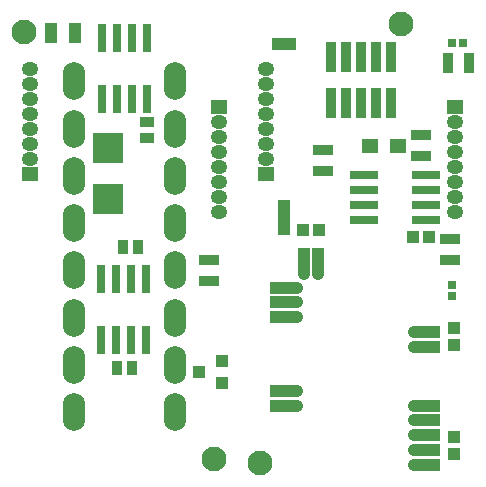
<source format=gts>
%FSLAX24Y24*%
%MOIN*%
G70*
G01*
G75*
G04 Layer_Color=8388736*
%ADD10C,0.0098*%
%ADD11R,0.0299X0.0945*%
%ADD12R,0.0315X0.0354*%
%ADD13R,0.0354X0.0315*%
%ADD14R,0.0276X0.0394*%
%ADD15R,0.0236X0.0886*%
%ADD16R,0.0591X0.0295*%
%ADD17R,0.0295X0.0591*%
%ADD18R,0.0354X0.0315*%
%ADD19R,0.0492X0.0433*%
%ADD20R,0.0906X0.0906*%
%ADD21R,0.0197X0.0236*%
%ADD22R,0.0236X0.0197*%
%ADD23R,0.0394X0.0276*%
%ADD24R,0.0315X0.0630*%
%ADD25R,0.0846X0.0335*%
%ADD26C,0.0335*%
%ADD27R,0.0335X0.0846*%
%ADD28R,0.0886X0.0236*%
%ADD29C,0.0276*%
%ADD30C,0.0118*%
%ADD31C,0.0138*%
%ADD32C,0.0079*%
%ADD33C,0.0197*%
%ADD34O,0.0472X0.0394*%
%ADD35R,0.0472X0.0394*%
%ADD36O,0.0669X0.1181*%
%ADD37C,0.0380*%
%ADD38R,0.0630X0.0315*%
%ADD39R,0.0906X0.0236*%
%ADD40R,0.0630X0.1063*%
%ADD41R,0.0358X0.0480*%
%ADD42R,0.0480X0.0358*%
%ADD43R,0.0118X0.0295*%
%ADD44R,0.2165X0.0827*%
%ADD45C,0.0100*%
%ADD46C,0.0236*%
%ADD47C,0.0394*%
%ADD48C,0.0039*%
%ADD49C,0.0061*%
%ADD50R,0.0246X0.0433*%
%ADD51R,0.0433X0.0246*%
%ADD52R,0.0379X0.1025*%
%ADD53R,0.0395X0.0434*%
%ADD54R,0.0434X0.0395*%
%ADD55R,0.0356X0.0474*%
%ADD56R,0.0316X0.0966*%
%ADD57R,0.0671X0.0375*%
%ADD58R,0.0375X0.0671*%
%ADD59R,0.0434X0.0395*%
%ADD60R,0.0572X0.0513*%
%ADD61R,0.0986X0.0986*%
%ADD62R,0.0277X0.0316*%
%ADD63R,0.0316X0.0277*%
%ADD64R,0.0474X0.0356*%
%ADD65R,0.0395X0.0710*%
%ADD66R,0.0926X0.0415*%
%ADD67C,0.0415*%
%ADD68R,0.0415X0.0926*%
%ADD69R,0.0966X0.0316*%
%ADD70C,0.0827*%
%ADD71O,0.0552X0.0474*%
%ADD72R,0.0552X0.0474*%
%ADD73O,0.0749X0.1261*%
D50*
X9247Y14646D02*
D03*
D51*
X9242Y8853D02*
D03*
D52*
X12311Y14193D02*
D03*
Y12657D02*
D03*
X12811Y14193D02*
D03*
Y12657D02*
D03*
X11811Y14193D02*
D03*
Y12657D02*
D03*
X11311Y14193D02*
D03*
Y12657D02*
D03*
X10811Y14193D02*
D03*
Y12657D02*
D03*
D53*
X9055Y14646D02*
D03*
X9449D02*
D03*
X9882Y8425D02*
D03*
X10433D02*
D03*
X13543Y8189D02*
D03*
X14094D02*
D03*
D54*
X9242Y8455D02*
D03*
Y8848D02*
D03*
X9242Y9242D02*
D03*
X14921Y984D02*
D03*
Y1535D02*
D03*
X14921Y4606D02*
D03*
Y5157D02*
D03*
D55*
X3878Y7874D02*
D03*
X4390D02*
D03*
X3689Y3819D02*
D03*
X4201D02*
D03*
D56*
X3187Y14843D02*
D03*
Y12795D02*
D03*
X3687D02*
D03*
X4187D02*
D03*
X4687D02*
D03*
X3687Y14843D02*
D03*
X4187D02*
D03*
X4687D02*
D03*
X3148Y6811D02*
D03*
Y4764D02*
D03*
X3648D02*
D03*
X4148D02*
D03*
X4648D02*
D03*
X3648Y6811D02*
D03*
X4148D02*
D03*
X4648D02*
D03*
D57*
X10551Y10404D02*
D03*
Y11093D02*
D03*
X13819Y10915D02*
D03*
Y11604D02*
D03*
X14803Y7451D02*
D03*
Y8140D02*
D03*
X6772Y6742D02*
D03*
Y7431D02*
D03*
D58*
X14734Y14016D02*
D03*
X15423D02*
D03*
D59*
X6417Y3701D02*
D03*
X7205Y3327D02*
D03*
Y4075D02*
D03*
D60*
X12136Y11250D02*
D03*
X13061D02*
D03*
D61*
X3386Y9469D02*
D03*
Y11171D02*
D03*
D62*
X14843Y6614D02*
D03*
Y6220D02*
D03*
D63*
Y14685D02*
D03*
X15236D02*
D03*
D64*
X4685Y11516D02*
D03*
Y12028D02*
D03*
D65*
X1496Y15001D02*
D03*
X2283D02*
D03*
D66*
X9262Y2579D02*
D03*
Y3071D02*
D03*
Y5531D02*
D03*
Y6024D02*
D03*
Y6516D02*
D03*
X14006Y1102D02*
D03*
Y610D02*
D03*
Y1594D02*
D03*
Y4547D02*
D03*
Y2087D02*
D03*
Y2579D02*
D03*
Y5039D02*
D03*
D67*
X9685Y3071D02*
D03*
Y2579D02*
D03*
Y5531D02*
D03*
Y6024D02*
D03*
Y6516D02*
D03*
X9911Y6959D02*
D03*
X13583Y610D02*
D03*
Y1102D02*
D03*
Y1594D02*
D03*
Y2087D02*
D03*
Y2579D02*
D03*
Y4547D02*
D03*
X10404Y6959D02*
D03*
X13583Y5039D02*
D03*
D68*
X9911Y7382D02*
D03*
X10404D02*
D03*
D69*
X11929Y8778D02*
D03*
Y9278D02*
D03*
Y9778D02*
D03*
Y10278D02*
D03*
X13976Y8778D02*
D03*
Y9778D02*
D03*
Y9278D02*
D03*
Y10278D02*
D03*
D70*
X8465Y669D02*
D03*
X13150Y15315D02*
D03*
X6929Y787D02*
D03*
X591Y15039D02*
D03*
D71*
X7087Y9024D02*
D03*
X7087Y12024D02*
D03*
Y11524D02*
D03*
Y11024D02*
D03*
Y10524D02*
D03*
Y10024D02*
D03*
Y9524D02*
D03*
X787Y13810D02*
D03*
X787Y10811D02*
D03*
Y11311D02*
D03*
Y11811D02*
D03*
Y12311D02*
D03*
Y12811D02*
D03*
Y13311D02*
D03*
X14961Y9023D02*
D03*
Y9523D02*
D03*
X14961Y12024D02*
D03*
Y11524D02*
D03*
Y11024D02*
D03*
Y10524D02*
D03*
Y10024D02*
D03*
X8661Y13812D02*
D03*
Y13312D02*
D03*
X8661Y10811D02*
D03*
Y11311D02*
D03*
Y11811D02*
D03*
Y12311D02*
D03*
Y12811D02*
D03*
D72*
X7087Y12524D02*
D03*
X787Y10311D02*
D03*
X14961Y12524D02*
D03*
X8661Y10311D02*
D03*
D73*
X5630Y2362D02*
D03*
Y3937D02*
D03*
Y5512D02*
D03*
Y7087D02*
D03*
Y8661D02*
D03*
Y10236D02*
D03*
Y11811D02*
D03*
Y13386D02*
D03*
X2244Y2362D02*
D03*
Y3937D02*
D03*
Y7087D02*
D03*
Y5512D02*
D03*
Y8661D02*
D03*
Y10236D02*
D03*
Y11811D02*
D03*
Y13386D02*
D03*
M02*

</source>
